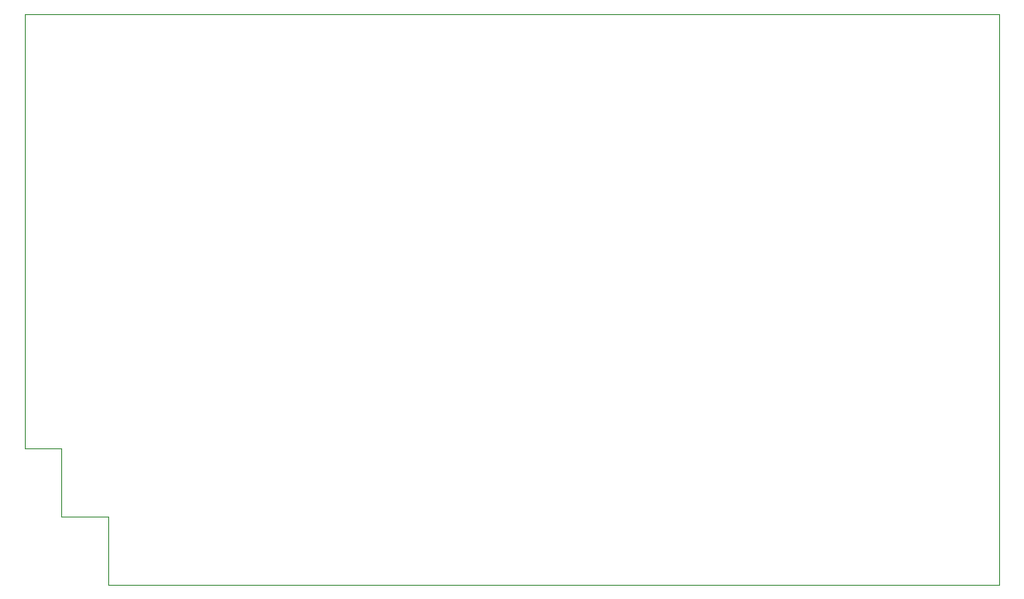
<source format=gbr>
%TF.GenerationSoftware,KiCad,Pcbnew,9.0.2*%
%TF.CreationDate,2025-06-29T11:55:11-05:00*%
%TF.ProjectId,k3ng-Rotator-v2,6b336e67-2d52-46f7-9461-746f722d7632,rev?*%
%TF.SameCoordinates,Original*%
%TF.FileFunction,Profile,NP*%
%FSLAX46Y46*%
G04 Gerber Fmt 4.6, Leading zero omitted, Abs format (unit mm)*
G04 Created by KiCad (PCBNEW 9.0.2) date 2025-06-29 11:55:11*
%MOMM*%
%LPD*%
G01*
G04 APERTURE LIST*
%TA.AperFunction,Profile*%
%ADD10C,0.050000*%
%TD*%
G04 APERTURE END LIST*
D10*
X93500000Y-55500000D02*
X94000000Y-55500000D01*
X183000000Y-55500000D02*
X186500000Y-55500000D01*
X183000000Y-55500000D02*
X94000000Y-55500000D01*
X97000000Y-97000000D02*
X97000000Y-103500000D01*
X93500000Y-55500000D02*
X93500000Y-97000000D01*
X97000000Y-103500000D02*
X101500000Y-103500000D01*
X186500000Y-55500000D02*
X186500000Y-110000000D01*
X93500000Y-97000000D02*
X97000000Y-97000000D01*
X101500000Y-110000000D02*
X101500000Y-103500000D01*
X186500000Y-110000000D02*
X101500000Y-110000000D01*
M02*

</source>
